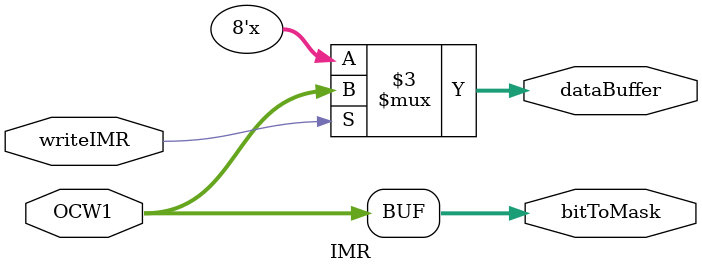
<source format=v>
/**
 * @file IMR.v
 * @brief Interrupt Mask Register (IMR) 8-bit register module
 * @details This module represents an 8-bit register that manages masked interrupt request lines.
 * It provides functionality to mask specific interrupts and interfaces with various components 
 * within the system.
 */

/**
 * @brief IMR module
 * @details The Interrupt Mask Register (IMR) module contains an 8-bit register responsible for 
 * storing masked interrupt request lines. It interfaces with the OCW1 line to determine masked 
 * interrupts, the writeIMR signal to update the dataBuffer for CPU access, and the IRR module 
 * through bitToMask for rejecting masked interrupts.
 */
module IMR(
  input wire [7:0] OCW1,
  input wire writeIMR,
  output wire [7:0] bitToMask,
  output reg [7:0] dataBuffer
);

  // Combinational logic to assign bitToMask directly from OCW1
  assign bitToMask = OCW1;

  // Asynchronous logic for updating dataBuffer based on writeIMR
  always @* begin
    if (writeIMR) begin
      dataBuffer = OCW1;
    end else begin
      dataBuffer = 8'bZ; // High-impedance state when writeIMR is inactive
    end
  end

endmodule

</source>
